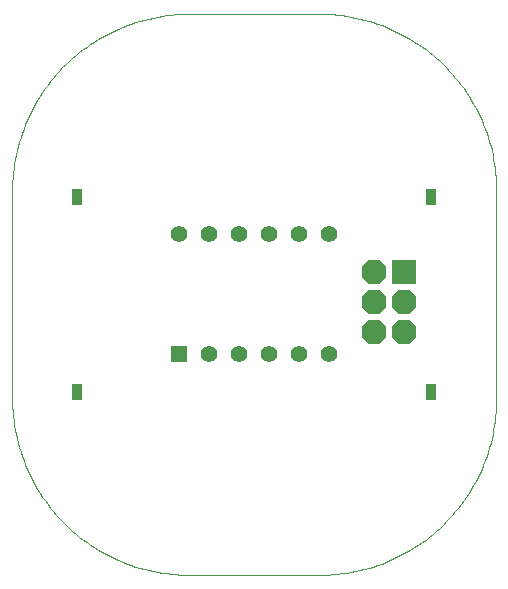
<source format=gts>
G75*
%MOIN*%
%OFA0B0*%
%FSLAX24Y24*%
%IPPOS*%
%LPD*%
%AMOC8*
5,1,8,0,0,1.08239X$1,22.5*
%
%ADD10C,0.0000*%
%ADD11R,0.0556X0.0556*%
%ADD12C,0.0556*%
%ADD13R,0.0330X0.0580*%
%ADD14R,0.0820X0.0820*%
%ADD15OC8,0.0820*%
D10*
X002589Y006965D02*
X002589Y013855D01*
X002591Y014007D01*
X002597Y014159D01*
X002607Y014311D01*
X002620Y014462D01*
X002638Y014613D01*
X002659Y014764D01*
X002685Y014914D01*
X002714Y015063D01*
X002747Y015212D01*
X002784Y015359D01*
X002824Y015506D01*
X002869Y015651D01*
X002917Y015795D01*
X002969Y015938D01*
X003024Y016080D01*
X003083Y016220D01*
X003146Y016359D01*
X003212Y016496D01*
X003282Y016631D01*
X003355Y016764D01*
X003432Y016895D01*
X003512Y017025D01*
X003595Y017152D01*
X003681Y017277D01*
X003771Y017400D01*
X003864Y017520D01*
X003960Y017638D01*
X004059Y017754D01*
X004161Y017867D01*
X004265Y017977D01*
X004373Y018085D01*
X004483Y018189D01*
X004596Y018291D01*
X004712Y018390D01*
X004830Y018486D01*
X004950Y018579D01*
X005073Y018669D01*
X005198Y018755D01*
X005325Y018838D01*
X005455Y018918D01*
X005586Y018995D01*
X005719Y019068D01*
X005854Y019138D01*
X005991Y019204D01*
X006130Y019267D01*
X006270Y019326D01*
X006412Y019381D01*
X006555Y019433D01*
X006699Y019481D01*
X006844Y019526D01*
X006991Y019566D01*
X007138Y019603D01*
X007287Y019636D01*
X007436Y019665D01*
X007586Y019691D01*
X007737Y019712D01*
X007888Y019730D01*
X008039Y019743D01*
X008191Y019753D01*
X008343Y019759D01*
X008495Y019761D01*
X008495Y019760D02*
X012825Y019760D01*
X012825Y019761D02*
X012977Y019759D01*
X013129Y019753D01*
X013281Y019743D01*
X013432Y019730D01*
X013583Y019712D01*
X013734Y019691D01*
X013884Y019665D01*
X014033Y019636D01*
X014182Y019603D01*
X014329Y019566D01*
X014476Y019526D01*
X014621Y019481D01*
X014765Y019433D01*
X014908Y019381D01*
X015050Y019326D01*
X015190Y019267D01*
X015329Y019204D01*
X015466Y019138D01*
X015601Y019068D01*
X015734Y018995D01*
X015865Y018918D01*
X015995Y018838D01*
X016122Y018755D01*
X016247Y018669D01*
X016370Y018579D01*
X016490Y018486D01*
X016608Y018390D01*
X016724Y018291D01*
X016837Y018189D01*
X016947Y018085D01*
X017055Y017977D01*
X017159Y017867D01*
X017261Y017754D01*
X017360Y017638D01*
X017456Y017520D01*
X017549Y017400D01*
X017639Y017277D01*
X017725Y017152D01*
X017808Y017025D01*
X017888Y016895D01*
X017965Y016764D01*
X018038Y016631D01*
X018108Y016496D01*
X018174Y016359D01*
X018237Y016220D01*
X018296Y016080D01*
X018351Y015938D01*
X018403Y015795D01*
X018451Y015651D01*
X018496Y015506D01*
X018536Y015359D01*
X018573Y015212D01*
X018606Y015063D01*
X018635Y014914D01*
X018661Y014764D01*
X018682Y014613D01*
X018700Y014462D01*
X018713Y014311D01*
X018723Y014159D01*
X018729Y014007D01*
X018731Y013855D01*
X018731Y006965D01*
X018729Y006813D01*
X018723Y006661D01*
X018713Y006509D01*
X018700Y006358D01*
X018682Y006207D01*
X018661Y006056D01*
X018635Y005906D01*
X018606Y005757D01*
X018573Y005608D01*
X018536Y005461D01*
X018496Y005314D01*
X018451Y005169D01*
X018403Y005025D01*
X018351Y004882D01*
X018296Y004740D01*
X018237Y004600D01*
X018174Y004461D01*
X018108Y004324D01*
X018038Y004189D01*
X017965Y004056D01*
X017888Y003925D01*
X017808Y003795D01*
X017725Y003668D01*
X017639Y003543D01*
X017549Y003420D01*
X017456Y003300D01*
X017360Y003182D01*
X017261Y003066D01*
X017159Y002953D01*
X017055Y002843D01*
X016947Y002735D01*
X016837Y002631D01*
X016724Y002529D01*
X016608Y002430D01*
X016490Y002334D01*
X016370Y002241D01*
X016247Y002151D01*
X016122Y002065D01*
X015995Y001982D01*
X015865Y001902D01*
X015734Y001825D01*
X015601Y001752D01*
X015466Y001682D01*
X015329Y001616D01*
X015190Y001553D01*
X015050Y001494D01*
X014908Y001439D01*
X014765Y001387D01*
X014621Y001339D01*
X014476Y001294D01*
X014329Y001254D01*
X014182Y001217D01*
X014033Y001184D01*
X013884Y001155D01*
X013734Y001129D01*
X013583Y001108D01*
X013432Y001090D01*
X013281Y001077D01*
X013129Y001067D01*
X012977Y001061D01*
X012825Y001059D01*
X012825Y001060D02*
X008495Y001060D01*
X008495Y001059D02*
X008343Y001061D01*
X008191Y001067D01*
X008039Y001077D01*
X007888Y001090D01*
X007737Y001108D01*
X007586Y001129D01*
X007436Y001155D01*
X007287Y001184D01*
X007138Y001217D01*
X006991Y001254D01*
X006844Y001294D01*
X006699Y001339D01*
X006555Y001387D01*
X006412Y001439D01*
X006270Y001494D01*
X006130Y001553D01*
X005991Y001616D01*
X005854Y001682D01*
X005719Y001752D01*
X005586Y001825D01*
X005455Y001902D01*
X005325Y001982D01*
X005198Y002065D01*
X005073Y002151D01*
X004950Y002241D01*
X004830Y002334D01*
X004712Y002430D01*
X004596Y002529D01*
X004483Y002631D01*
X004373Y002735D01*
X004265Y002843D01*
X004161Y002953D01*
X004059Y003066D01*
X003960Y003182D01*
X003864Y003300D01*
X003771Y003420D01*
X003681Y003543D01*
X003595Y003668D01*
X003512Y003795D01*
X003432Y003925D01*
X003355Y004056D01*
X003282Y004189D01*
X003212Y004324D01*
X003146Y004461D01*
X003083Y004600D01*
X003024Y004740D01*
X002969Y004882D01*
X002917Y005025D01*
X002869Y005169D01*
X002824Y005314D01*
X002784Y005461D01*
X002747Y005608D01*
X002714Y005757D01*
X002685Y005906D01*
X002659Y006056D01*
X002638Y006207D01*
X002620Y006358D01*
X002607Y006509D01*
X002597Y006661D01*
X002591Y006813D01*
X002589Y006965D01*
D11*
X008160Y008410D03*
D12*
X009160Y008410D03*
X010160Y008410D03*
X011160Y008410D03*
X012160Y008410D03*
X013160Y008410D03*
X013160Y012410D03*
X012160Y012410D03*
X011160Y012410D03*
X010160Y012410D03*
X009160Y012410D03*
X008160Y012410D03*
D13*
X004754Y013660D03*
X004754Y007160D03*
X016566Y007160D03*
X016566Y013660D03*
D14*
X015660Y011160D03*
D15*
X015660Y010160D03*
X015660Y009160D03*
X014660Y009160D03*
X014660Y010160D03*
X014660Y011160D03*
M02*

</source>
